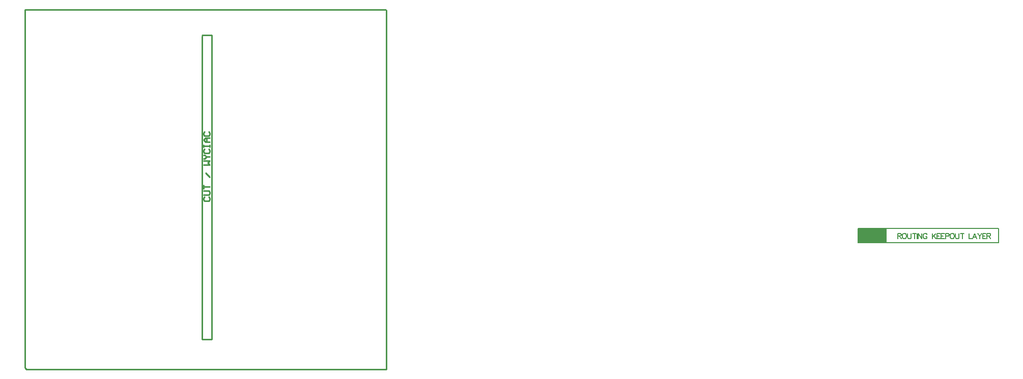
<source format=gko>
G04 Layer_Color=16711935*
%FSLAX44Y44*%
%MOMM*%
G71*
G01*
G75*
%ADD10C,0.2540*%
%ADD14C,0.1270*%
%ADD15R,4.8260X2.4130*%
%ADD19C,0.2560*%
D10*
X1988669Y1577664D02*
X1987003Y1575998D01*
Y1572666D01*
X1988669Y1571000D01*
X1995334D01*
X1997000Y1572666D01*
Y1575998D01*
X1995334Y1577664D01*
X1987003Y1580997D02*
X1995334D01*
X1997000Y1582663D01*
Y1585995D01*
X1995334Y1587661D01*
X1987003D01*
Y1590994D02*
Y1597658D01*
Y1594326D01*
X1997000D01*
Y1610987D02*
X1990336Y1617652D01*
X1987003Y1630981D02*
X1997000D01*
X1993668Y1634313D01*
X1997000Y1637645D01*
X1987003D01*
Y1640977D02*
X1988669D01*
X1992002Y1644310D01*
X1988669Y1647642D01*
X1987003D01*
X1992002Y1644310D02*
X1997000D01*
X1988669Y1657639D02*
X1987003Y1655973D01*
Y1652640D01*
X1988669Y1650974D01*
X1995334D01*
X1997000Y1652640D01*
Y1655973D01*
X1995334Y1657639D01*
X1987003Y1660971D02*
Y1664303D01*
Y1662637D01*
X1997000D01*
Y1660971D01*
Y1664303D01*
Y1669302D02*
X1990336D01*
X1987003Y1672634D01*
X1990336Y1675966D01*
X1997000D01*
X1992002D01*
Y1669302D01*
X1988669Y1685963D02*
X1987003Y1684297D01*
Y1680965D01*
X1988669Y1679298D01*
X1995334D01*
X1997000Y1680965D01*
Y1684297D01*
X1995334Y1685963D01*
D14*
X3075340Y1501345D02*
X3309020D01*
X3075340D02*
Y1525475D01*
X3309020Y1501345D02*
Y1525475D01*
X3075340D02*
X3309020D01*
X3141380Y1517092D02*
Y1508203D01*
Y1517092D02*
X3145190D01*
X3146459Y1516668D01*
X3146882Y1516245D01*
X3147306Y1515399D01*
Y1514552D01*
X3146882Y1513706D01*
X3146459Y1513282D01*
X3145190Y1512859D01*
X3141380D01*
X3144343D02*
X3147306Y1508203D01*
X3151834Y1517092D02*
X3150988Y1516668D01*
X3150141Y1515822D01*
X3149718Y1514975D01*
X3149295Y1513706D01*
Y1511589D01*
X3149718Y1510320D01*
X3150141Y1509473D01*
X3150988Y1508627D01*
X3151834Y1508203D01*
X3153527D01*
X3154374Y1508627D01*
X3155220Y1509473D01*
X3155644Y1510320D01*
X3156067Y1511589D01*
Y1513706D01*
X3155644Y1514975D01*
X3155220Y1515822D01*
X3154374Y1516668D01*
X3153527Y1517092D01*
X3151834D01*
X3158141D02*
Y1510743D01*
X3158564Y1509473D01*
X3159410Y1508627D01*
X3160680Y1508203D01*
X3161526D01*
X3162796Y1508627D01*
X3163643Y1509473D01*
X3164066Y1510743D01*
Y1517092D01*
X3169484D02*
Y1508203D01*
X3166521Y1517092D02*
X3172446D01*
X3173504D02*
Y1508203D01*
X3175367Y1517092D02*
Y1508203D01*
Y1517092D02*
X3181292Y1508203D01*
Y1517092D02*
Y1508203D01*
X3190096Y1514975D02*
X3189672Y1515822D01*
X3188826Y1516668D01*
X3187979Y1517092D01*
X3186286D01*
X3185440Y1516668D01*
X3184594Y1515822D01*
X3184170Y1514975D01*
X3183747Y1513706D01*
Y1511589D01*
X3184170Y1510320D01*
X3184594Y1509473D01*
X3185440Y1508627D01*
X3186286Y1508203D01*
X3187979D01*
X3188826Y1508627D01*
X3189672Y1509473D01*
X3190096Y1510320D01*
Y1511589D01*
X3187979D02*
X3190096D01*
X3199111Y1517092D02*
Y1508203D01*
X3205036Y1517092D02*
X3199111Y1511166D01*
X3201227Y1513282D02*
X3205036Y1508203D01*
X3212527Y1517092D02*
X3207025D01*
Y1508203D01*
X3212527D01*
X3207025Y1512859D02*
X3210411D01*
X3219511Y1517092D02*
X3214009D01*
Y1508203D01*
X3219511D01*
X3214009Y1512859D02*
X3217395D01*
X3220992Y1512436D02*
X3224801D01*
X3226071Y1512859D01*
X3226494Y1513282D01*
X3226918Y1514129D01*
Y1515399D01*
X3226494Y1516245D01*
X3226071Y1516668D01*
X3224801Y1517092D01*
X3220992D01*
Y1508203D01*
X3231446Y1517092D02*
X3230600Y1516668D01*
X3229753Y1515822D01*
X3229330Y1514975D01*
X3228907Y1513706D01*
Y1511589D01*
X3229330Y1510320D01*
X3229753Y1509473D01*
X3230600Y1508627D01*
X3231446Y1508203D01*
X3233139D01*
X3233986Y1508627D01*
X3234832Y1509473D01*
X3235255Y1510320D01*
X3235679Y1511589D01*
Y1513706D01*
X3235255Y1514975D01*
X3234832Y1515822D01*
X3233986Y1516668D01*
X3233139Y1517092D01*
X3231446D01*
X3237753D02*
Y1510743D01*
X3238176Y1509473D01*
X3239023Y1508627D01*
X3240292Y1508203D01*
X3241139D01*
X3242408Y1508627D01*
X3243255Y1509473D01*
X3243678Y1510743D01*
Y1517092D01*
X3249095D02*
Y1508203D01*
X3246133Y1517092D02*
X3252058D01*
X3260100D02*
Y1508203D01*
X3265179D01*
X3272924D02*
X3269538Y1517092D01*
X3266152Y1508203D01*
X3267422Y1511166D02*
X3271654D01*
X3274998Y1517092D02*
X3278384Y1512859D01*
Y1508203D01*
X3281770Y1517092D02*
X3278384Y1512859D01*
X3288415Y1517092D02*
X3282913D01*
Y1508203D01*
X3288415D01*
X3282913Y1512859D02*
X3286299D01*
X3289896Y1517092D02*
Y1508203D01*
Y1517092D02*
X3293705D01*
X3294975Y1516668D01*
X3295398Y1516245D01*
X3295822Y1515399D01*
Y1514552D01*
X3295398Y1513706D01*
X3294975Y1513282D01*
X3293705Y1512859D01*
X3289896D01*
X3292859D02*
X3295822Y1508203D01*
D15*
X3099470Y1513410D02*
D03*
D19*
X1690000Y1293000D02*
Y1889000D01*
Y1293000D02*
X1692000Y1291000D01*
X2291000D01*
Y1888000D01*
X2290000Y1889000D02*
X2291000Y1888000D01*
X1690000Y1889000D02*
X2290000D01*
X1690000Y1293000D02*
Y1889000D01*
Y1293000D02*
X1692000Y1291000D01*
X2291000D01*
Y1888000D01*
X2290000Y1889000D02*
X2291000Y1888000D01*
X1690000Y1889000D02*
X2290000D01*
X2000000Y1341000D02*
Y1568000D01*
X1984000Y1341000D02*
X2000000D01*
X1984000D02*
Y1845000D01*
X2000000Y1568000D02*
Y1847000D01*
X1984000D02*
X2000000D01*
M02*

</source>
